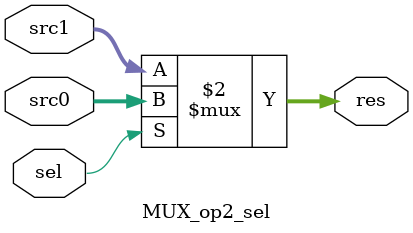
<source format=v>
`timescale 1ns / 1ps

module MUX_op2_sel(
input sel,
input [31:0] src0,
input [31:0] src1,
output [31:0] res
);
parameter op2_choose_rd1=1;
parameter op2_choose_imm=0;
assign res = (sel == op2_choose_rd1) ? src0 : src1;
endmodule
</source>
